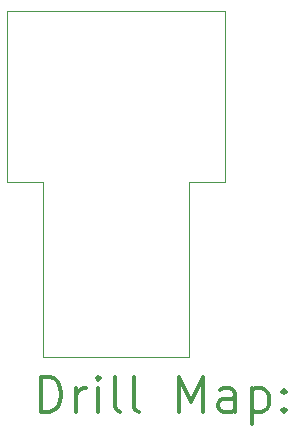
<source format=gbr>
%FSLAX45Y45*%
G04 Gerber Fmt 4.5, Leading zero omitted, Abs format (unit mm)*
G04 Created by KiCad (PCBNEW (5.1.9)-1) date 2021-08-06 11:35:15*
%MOMM*%
%LPD*%
G01*
G04 APERTURE LIST*
%TA.AperFunction,Profile*%
%ADD10C,0.050000*%
%TD*%
%ADD11C,0.200000*%
%ADD12C,0.300000*%
G04 APERTURE END LIST*
D10*
X11540000Y-10000000D02*
X11240000Y-10000000D01*
X11540000Y-8550000D02*
X11540000Y-10000000D01*
X9700000Y-8550000D02*
X11540000Y-8550000D01*
X9700000Y-10000000D02*
X9700000Y-8550000D01*
X10000000Y-10000000D02*
X9700000Y-10000000D01*
X11240000Y-10000000D02*
X11240000Y-11480000D01*
X10000000Y-11480000D02*
X11240000Y-11480000D01*
X10000000Y-10000000D02*
X10000000Y-11480000D01*
D11*
D12*
X9983928Y-11948214D02*
X9983928Y-11648214D01*
X10055357Y-11648214D01*
X10098214Y-11662500D01*
X10126786Y-11691071D01*
X10141071Y-11719643D01*
X10155357Y-11776786D01*
X10155357Y-11819643D01*
X10141071Y-11876786D01*
X10126786Y-11905357D01*
X10098214Y-11933929D01*
X10055357Y-11948214D01*
X9983928Y-11948214D01*
X10283928Y-11948214D02*
X10283928Y-11748214D01*
X10283928Y-11805357D02*
X10298214Y-11776786D01*
X10312500Y-11762500D01*
X10341071Y-11748214D01*
X10369643Y-11748214D01*
X10469643Y-11948214D02*
X10469643Y-11748214D01*
X10469643Y-11648214D02*
X10455357Y-11662500D01*
X10469643Y-11676786D01*
X10483928Y-11662500D01*
X10469643Y-11648214D01*
X10469643Y-11676786D01*
X10655357Y-11948214D02*
X10626786Y-11933929D01*
X10612500Y-11905357D01*
X10612500Y-11648214D01*
X10812500Y-11948214D02*
X10783928Y-11933929D01*
X10769643Y-11905357D01*
X10769643Y-11648214D01*
X11155357Y-11948214D02*
X11155357Y-11648214D01*
X11255357Y-11862500D01*
X11355357Y-11648214D01*
X11355357Y-11948214D01*
X11626786Y-11948214D02*
X11626786Y-11791071D01*
X11612500Y-11762500D01*
X11583928Y-11748214D01*
X11526786Y-11748214D01*
X11498214Y-11762500D01*
X11626786Y-11933929D02*
X11598214Y-11948214D01*
X11526786Y-11948214D01*
X11498214Y-11933929D01*
X11483928Y-11905357D01*
X11483928Y-11876786D01*
X11498214Y-11848214D01*
X11526786Y-11833929D01*
X11598214Y-11833929D01*
X11626786Y-11819643D01*
X11769643Y-11748214D02*
X11769643Y-12048214D01*
X11769643Y-11762500D02*
X11798214Y-11748214D01*
X11855357Y-11748214D01*
X11883928Y-11762500D01*
X11898214Y-11776786D01*
X11912500Y-11805357D01*
X11912500Y-11891071D01*
X11898214Y-11919643D01*
X11883928Y-11933929D01*
X11855357Y-11948214D01*
X11798214Y-11948214D01*
X11769643Y-11933929D01*
X12041071Y-11919643D02*
X12055357Y-11933929D01*
X12041071Y-11948214D01*
X12026786Y-11933929D01*
X12041071Y-11919643D01*
X12041071Y-11948214D01*
X12041071Y-11762500D02*
X12055357Y-11776786D01*
X12041071Y-11791071D01*
X12026786Y-11776786D01*
X12041071Y-11762500D01*
X12041071Y-11791071D01*
M02*

</source>
